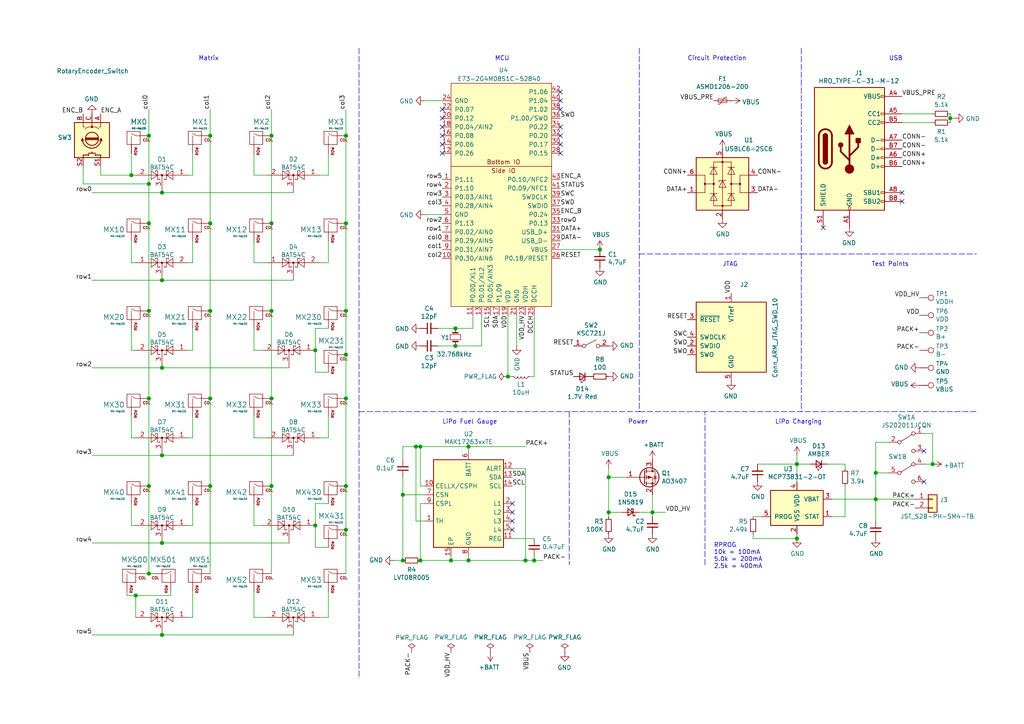
<source format=kicad_sch>
(kicad_sch (version 20210406) (generator eeschema)
  (paper "A4")
  (junction (at 38.1 50.8) (diameter 1.016))
  (junction (at 39.37 172.72) (diameter 1.016))
  (junction (at 43.18 39.37) (diameter 1.016))
  (junction (at 43.18 53.34) (diameter 1.016))
  (junction (at 43.18 64.77) (diameter 1.016))
  (junction (at 43.18 90.17) (diameter 1.016))
  (junction (at 43.18 115.57) (diameter 1.016))
  (junction (at 43.18 140.97) (diameter 1.016))
  (junction (at 43.18 166.37) (diameter 1.016))
  (junction (at 46.99 55.88) (diameter 1.016))
  (junction (at 46.99 81.28) (diameter 1.016))
  (junction (at 46.99 106.68) (diameter 1.016))
  (junction (at 46.99 132.08) (diameter 1.016))
  (junction (at 46.99 157.48) (diameter 1.016))
  (junction (at 46.99 184.15) (diameter 1.016))
  (junction (at 60.96 39.37) (diameter 1.016))
  (junction (at 60.96 64.77) (diameter 1.016))
  (junction (at 60.96 90.17) (diameter 1.016))
  (junction (at 60.96 115.57) (diameter 1.016))
  (junction (at 60.96 140.97) (diameter 1.016))
  (junction (at 78.74 39.37) (diameter 1.016))
  (junction (at 78.74 64.77) (diameter 1.016))
  (junction (at 78.74 90.17) (diameter 1.016))
  (junction (at 78.74 115.57) (diameter 1.016))
  (junction (at 78.74 140.97) (diameter 1.016))
  (junction (at 91.44 101.6) (diameter 1.016))
  (junction (at 91.44 152.4) (diameter 1.016))
  (junction (at 100.33 39.37) (diameter 1.016))
  (junction (at 100.33 64.77) (diameter 1.016))
  (junction (at 100.33 90.17) (diameter 1.016))
  (junction (at 100.33 102.87) (diameter 1.016))
  (junction (at 100.33 115.57) (diameter 1.016))
  (junction (at 100.33 140.97) (diameter 1.016))
  (junction (at 100.33 153.67) (diameter 1.016))
  (junction (at 116.84 143.51) (diameter 1.016))
  (junction (at 116.84 162.56) (diameter 1.016))
  (junction (at 120.65 129.54) (diameter 1.016))
  (junction (at 121.92 129.54) (diameter 1.016))
  (junction (at 121.92 162.56) (diameter 1.016))
  (junction (at 130.81 162.56) (diameter 1.016))
  (junction (at 132.08 95.25) (diameter 1.016))
  (junction (at 132.08 100.33) (diameter 1.016))
  (junction (at 135.89 129.54) (diameter 1.016))
  (junction (at 135.89 162.56) (diameter 1.016))
  (junction (at 147.32 109.22) (diameter 1.016))
  (junction (at 152.4 162.56) (diameter 1.016))
  (junction (at 154.94 162.56) (diameter 1.016))
  (junction (at 173.99 72.39) (diameter 1.016))
  (junction (at 176.53 138.43) (diameter 1.016))
  (junction (at 176.53 148.59) (diameter 1.016))
  (junction (at 189.23 148.59) (diameter 1.016))
  (junction (at 231.14 134.62) (diameter 1.016))
  (junction (at 231.14 156.21) (diameter 1.016))
  (junction (at 254 137.16) (diameter 1.016))
  (junction (at 254 144.78) (diameter 1.016))
  (junction (at 270.51 134.62) (diameter 1.016))
  (junction (at 275.59 34.29) (diameter 1.016))
  (no_connect (at 128.27 31.75))
  (no_connect (at 128.27 34.29))
  (no_connect (at 128.27 36.83))
  (no_connect (at 128.27 39.37))
  (no_connect (at 128.27 41.91))
  (no_connect (at 128.27 44.45))
  (no_connect (at 148.59 146.05))
  (no_connect (at 148.59 148.59))
  (no_connect (at 148.59 151.13))
  (no_connect (at 148.59 153.67))
  (no_connect (at 162.56 26.67))
  (no_connect (at 162.56 29.21))
  (no_connect (at 162.56 31.75))
  (no_connect (at 162.56 36.83))
  (no_connect (at 162.56 39.37))
  (no_connect (at 162.56 41.91))
  (no_connect (at 162.56 44.45))
  (no_connect (at 238.76 66.04))
  (no_connect (at 261.62 55.88))
  (no_connect (at 261.62 58.42))
  (no_connect (at 267.97 130.81))
  (no_connect (at 267.97 139.7))
  (wire (pts (xy 24.13 48.26) (xy 24.13 53.34)))
  (wire (pts (xy 24.13 53.34) (xy 43.18 53.34)))
  (wire (pts (xy 26.67 55.88) (xy 46.99 55.88)))
  (wire (pts (xy 26.67 81.28) (xy 46.99 81.28)))
  (wire (pts (xy 26.67 106.68) (xy 46.99 106.68)))
  (wire (pts (xy 26.67 132.08) (xy 46.99 132.08)))
  (wire (pts (xy 26.67 157.48) (xy 46.99 157.48)))
  (wire (pts (xy 26.67 184.15) (xy 46.99 184.15)))
  (wire (pts (xy 29.21 50.8) (xy 29.21 48.26)))
  (wire (pts (xy 29.21 50.8) (xy 38.1 50.8)))
  (wire (pts (xy 36.83 172.72) (xy 36.83 171.45)))
  (wire (pts (xy 38.1 44.45) (xy 38.1 50.8)))
  (wire (pts (xy 38.1 69.85) (xy 38.1 76.2)))
  (wire (pts (xy 38.1 95.25) (xy 38.1 101.6)))
  (wire (pts (xy 38.1 120.65) (xy 38.1 127)))
  (wire (pts (xy 38.1 127) (xy 39.37 127)))
  (wire (pts (xy 38.1 146.05) (xy 38.1 152.4)))
  (wire (pts (xy 39.37 50.8) (xy 38.1 50.8)))
  (wire (pts (xy 39.37 76.2) (xy 38.1 76.2)))
  (wire (pts (xy 39.37 101.6) (xy 38.1 101.6)))
  (wire (pts (xy 39.37 152.4) (xy 38.1 152.4)))
  (wire (pts (xy 39.37 172.72) (xy 36.83 172.72)))
  (wire (pts (xy 39.37 172.72) (xy 39.37 179.07)))
  (wire (pts (xy 41.91 166.37) (xy 43.18 166.37)))
  (wire (pts (xy 43.18 31.75) (xy 43.18 39.37)))
  (wire (pts (xy 43.18 39.37) (xy 43.18 53.34)))
  (wire (pts (xy 43.18 53.34) (xy 43.18 64.77)))
  (wire (pts (xy 43.18 64.77) (xy 43.18 90.17)))
  (wire (pts (xy 43.18 90.17) (xy 43.18 115.57)))
  (wire (pts (xy 43.18 115.57) (xy 43.18 140.97)))
  (wire (pts (xy 43.18 140.97) (xy 43.18 166.37)))
  (wire (pts (xy 43.18 166.37) (xy 44.45 166.37)))
  (wire (pts (xy 46.99 55.88) (xy 85.09 55.88)))
  (wire (pts (xy 46.99 81.28) (xy 85.09 81.28)))
  (wire (pts (xy 46.99 106.68) (xy 83.82 106.68)))
  (wire (pts (xy 46.99 132.08) (xy 85.09 132.08)))
  (wire (pts (xy 46.99 157.48) (xy 83.82 157.48)))
  (wire (pts (xy 46.99 184.15) (xy 85.09 184.15)))
  (wire (pts (xy 49.53 171.45) (xy 49.53 172.72)))
  (wire (pts (xy 49.53 172.72) (xy 39.37 172.72)))
  (wire (pts (xy 54.61 50.8) (xy 55.88 50.8)))
  (wire (pts (xy 54.61 76.2) (xy 55.88 76.2)))
  (wire (pts (xy 54.61 101.6) (xy 55.88 101.6)))
  (wire (pts (xy 54.61 127) (xy 55.88 127)))
  (wire (pts (xy 54.61 152.4) (xy 55.88 152.4)))
  (wire (pts (xy 54.61 179.07) (xy 55.88 179.07)))
  (wire (pts (xy 55.88 50.8) (xy 55.88 44.45)))
  (wire (pts (xy 55.88 69.85) (xy 55.88 76.2)))
  (wire (pts (xy 55.88 95.25) (xy 55.88 101.6)))
  (wire (pts (xy 55.88 120.65) (xy 55.88 127)))
  (wire (pts (xy 55.88 146.05) (xy 55.88 152.4)))
  (wire (pts (xy 55.88 171.45) (xy 55.88 179.07)))
  (wire (pts (xy 60.96 31.75) (xy 60.96 39.37)))
  (wire (pts (xy 60.96 39.37) (xy 60.96 64.77)))
  (wire (pts (xy 60.96 64.77) (xy 60.96 90.17)))
  (wire (pts (xy 60.96 90.17) (xy 60.96 115.57)))
  (wire (pts (xy 60.96 115.57) (xy 60.96 140.97)))
  (wire (pts (xy 60.96 140.97) (xy 60.96 166.37)))
  (wire (pts (xy 73.66 44.45) (xy 73.66 50.8)))
  (wire (pts (xy 73.66 50.8) (xy 77.47 50.8)))
  (wire (pts (xy 73.66 69.85) (xy 73.66 76.2)))
  (wire (pts (xy 73.66 76.2) (xy 77.47 76.2)))
  (wire (pts (xy 73.66 95.25) (xy 73.66 101.6)))
  (wire (pts (xy 73.66 101.6) (xy 76.2 101.6)))
  (wire (pts (xy 73.66 120.65) (xy 73.66 127)))
  (wire (pts (xy 73.66 127) (xy 77.47 127)))
  (wire (pts (xy 73.66 146.05) (xy 73.66 152.4)))
  (wire (pts (xy 73.66 152.4) (xy 76.2 152.4)))
  (wire (pts (xy 73.66 171.45) (xy 73.66 179.07)))
  (wire (pts (xy 73.66 179.07) (xy 77.47 179.07)))
  (wire (pts (xy 78.74 31.75) (xy 78.74 39.37)))
  (wire (pts (xy 78.74 39.37) (xy 78.74 64.77)))
  (wire (pts (xy 78.74 64.77) (xy 78.74 90.17)))
  (wire (pts (xy 78.74 90.17) (xy 78.74 115.57)))
  (wire (pts (xy 78.74 115.57) (xy 78.74 140.97)))
  (wire (pts (xy 78.74 140.97) (xy 78.74 166.37)))
  (wire (pts (xy 91.44 95.25) (xy 91.44 101.6)))
  (wire (pts (xy 91.44 95.25) (xy 95.25 95.25)))
  (wire (pts (xy 91.44 101.6) (xy 91.44 107.95)))
  (wire (pts (xy 91.44 107.95) (xy 95.25 107.95)))
  (wire (pts (xy 91.44 146.05) (xy 91.44 152.4)))
  (wire (pts (xy 91.44 146.05) (xy 95.25 146.05)))
  (wire (pts (xy 91.44 152.4) (xy 91.44 158.75)))
  (wire (pts (xy 91.44 158.75) (xy 95.25 158.75)))
  (wire (pts (xy 92.71 50.8) (xy 95.25 50.8)))
  (wire (pts (xy 92.71 76.2) (xy 95.25 76.2)))
  (wire (pts (xy 92.71 127) (xy 95.25 127)))
  (wire (pts (xy 92.71 179.07) (xy 95.25 179.07)))
  (wire (pts (xy 95.25 44.45) (xy 95.25 50.8)))
  (wire (pts (xy 95.25 69.85) (xy 95.25 76.2)))
  (wire (pts (xy 95.25 120.65) (xy 95.25 127)))
  (wire (pts (xy 95.25 171.45) (xy 95.25 179.07)))
  (wire (pts (xy 100.33 31.75) (xy 100.33 39.37)))
  (wire (pts (xy 100.33 64.77) (xy 100.33 39.37)))
  (wire (pts (xy 100.33 90.17) (xy 100.33 64.77)))
  (wire (pts (xy 100.33 90.17) (xy 100.33 102.87)))
  (wire (pts (xy 100.33 102.87) (xy 100.33 115.57)))
  (wire (pts (xy 100.33 140.97) (xy 100.33 115.57)))
  (wire (pts (xy 100.33 140.97) (xy 100.33 153.67)))
  (wire (pts (xy 100.33 153.67) (xy 100.33 166.37)))
  (wire (pts (xy 114.3 162.56) (xy 116.84 162.56)))
  (wire (pts (xy 116.84 129.54) (xy 116.84 133.35)))
  (wire (pts (xy 116.84 129.54) (xy 120.65 129.54)))
  (wire (pts (xy 116.84 138.43) (xy 116.84 143.51)))
  (wire (pts (xy 116.84 143.51) (xy 116.84 162.56)))
  (wire (pts (xy 120.65 129.54) (xy 121.92 129.54)))
  (wire (pts (xy 120.65 151.13) (xy 120.65 129.54)))
  (wire (pts (xy 121.92 129.54) (xy 135.89 129.54)))
  (wire (pts (xy 121.92 140.97) (xy 121.92 129.54)))
  (wire (pts (xy 121.92 146.05) (xy 121.92 162.56)))
  (wire (pts (xy 121.92 162.56) (xy 130.81 162.56)))
  (wire (pts (xy 123.19 29.21) (xy 128.27 29.21)))
  (wire (pts (xy 123.19 62.23) (xy 128.27 62.23)))
  (wire (pts (xy 123.19 140.97) (xy 121.92 140.97)))
  (wire (pts (xy 123.19 143.51) (xy 116.84 143.51)))
  (wire (pts (xy 123.19 146.05) (xy 121.92 146.05)))
  (wire (pts (xy 123.19 151.13) (xy 120.65 151.13)))
  (wire (pts (xy 127 95.25) (xy 132.08 95.25)))
  (wire (pts (xy 127 100.33) (xy 132.08 100.33)))
  (wire (pts (xy 130.81 161.29) (xy 130.81 162.56)))
  (wire (pts (xy 130.81 162.56) (xy 135.89 162.56)))
  (wire (pts (xy 132.08 100.33) (xy 139.7 100.33)))
  (wire (pts (xy 135.89 129.54) (xy 152.4 129.54)))
  (wire (pts (xy 135.89 130.81) (xy 135.89 129.54)))
  (wire (pts (xy 135.89 162.56) (xy 135.89 161.29)))
  (wire (pts (xy 135.89 162.56) (xy 152.4 162.56)))
  (wire (pts (xy 137.16 91.44) (xy 137.16 95.25)))
  (wire (pts (xy 137.16 95.25) (xy 132.08 95.25)))
  (wire (pts (xy 139.7 100.33) (xy 139.7 91.44)))
  (wire (pts (xy 147.32 91.44) (xy 147.32 109.22)))
  (wire (pts (xy 147.32 109.22) (xy 148.59 109.22)))
  (wire (pts (xy 148.59 135.89) (xy 152.4 135.89)))
  (wire (pts (xy 148.59 156.21) (xy 154.94 156.21)))
  (wire (pts (xy 149.86 91.44) (xy 149.86 100.33)))
  (wire (pts (xy 152.4 135.89) (xy 152.4 162.56)))
  (wire (pts (xy 152.4 162.56) (xy 154.94 162.56)))
  (wire (pts (xy 154.94 91.44) (xy 154.94 109.22)))
  (wire (pts (xy 154.94 109.22) (xy 153.67 109.22)))
  (wire (pts (xy 154.94 161.29) (xy 154.94 162.56)))
  (wire (pts (xy 154.94 162.56) (xy 157.48 162.56)))
  (wire (pts (xy 162.56 72.39) (xy 173.99 72.39)))
  (wire (pts (xy 176.53 135.89) (xy 176.53 138.43)))
  (wire (pts (xy 176.53 138.43) (xy 181.61 138.43)))
  (wire (pts (xy 176.53 148.59) (xy 176.53 138.43)))
  (wire (pts (xy 176.53 149.86) (xy 176.53 148.59)))
  (wire (pts (xy 180.34 148.59) (xy 176.53 148.59)))
  (wire (pts (xy 185.42 148.59) (xy 189.23 148.59)))
  (wire (pts (xy 189.23 143.51) (xy 189.23 148.59)))
  (wire (pts (xy 189.23 148.59) (xy 193.04 148.59)))
  (wire (pts (xy 189.23 149.86) (xy 189.23 148.59)))
  (wire (pts (xy 218.44 149.86) (xy 220.98 149.86)))
  (wire (pts (xy 218.44 154.94) (xy 218.44 156.21)))
  (wire (pts (xy 218.44 156.21) (xy 231.14 156.21)))
  (wire (pts (xy 219.71 134.62) (xy 231.14 134.62)))
  (wire (pts (xy 231.14 132.08) (xy 231.14 134.62)))
  (wire (pts (xy 231.14 134.62) (xy 231.14 139.7)))
  (wire (pts (xy 231.14 154.94) (xy 231.14 156.21)))
  (wire (pts (xy 234.95 134.62) (xy 231.14 134.62)))
  (wire (pts (xy 240.03 134.62) (xy 245.11 134.62)))
  (wire (pts (xy 241.3 144.78) (xy 254 144.78)))
  (wire (pts (xy 241.3 149.86) (xy 245.11 149.86)))
  (wire (pts (xy 245.11 135.89) (xy 245.11 134.62)))
  (wire (pts (xy 245.11 140.97) (xy 245.11 149.86)))
  (wire (pts (xy 254 128.27) (xy 254 137.16)))
  (wire (pts (xy 254 137.16) (xy 254 144.78)))
  (wire (pts (xy 254 137.16) (xy 257.81 137.16)))
  (wire (pts (xy 254 144.78) (xy 265.43 144.78)))
  (wire (pts (xy 254 151.13) (xy 254 144.78)))
  (wire (pts (xy 257.81 128.27) (xy 254 128.27)))
  (wire (pts (xy 261.62 35.56) (xy 270.51 35.56)))
  (wire (pts (xy 270.51 33.02) (xy 261.62 33.02)))
  (wire (pts (xy 270.51 125.73) (xy 267.97 125.73)))
  (wire (pts (xy 270.51 125.73) (xy 270.51 134.62)))
  (wire (pts (xy 270.51 134.62) (xy 267.97 134.62)))
  (wire (pts (xy 275.59 33.02) (xy 275.59 34.29)))
  (wire (pts (xy 275.59 34.29) (xy 275.59 35.56)))
  (wire (pts (xy 276.86 34.29) (xy 275.59 34.29)))
  (polyline (pts (xy 104.14 13.97) (xy 104.14 196.85)) (stroke (width 0) (type dash)))
  (polyline (pts (xy 104.14 119.38) (xy 185.42 119.38)) (stroke (width 0) (type dash)))
  (polyline (pts (xy 165.1 119.38) (xy 165.1 163.83)) (stroke (width 0) (type dash)))
  (polyline (pts (xy 185.42 13.97) (xy 185.42 119.38)) (stroke (width 0) (type dash)))
  (polyline (pts (xy 185.42 73.66) (xy 232.41 73.66)) (stroke (width 0) (type dash)))
  (polyline (pts (xy 185.42 119.38) (xy 283.21 119.38)) (stroke (width 0) (type dash)))
  (polyline (pts (xy 204.47 163.83) (xy 204.47 119.38)) (stroke (width 0) (type dash)))
  (polyline (pts (xy 232.41 13.97) (xy 232.41 119.38)) (stroke (width 0) (type dash)))
  (polyline (pts (xy 232.41 73.66) (xy 283.21 73.66)) (stroke (width 0) (type dash)))
  (text "Matrix" (at 63.5 17.78 180) (effects (font (size 1.27 1.27)) (justify right bottom)))
  (text "LiPo Fuel Gauge" (at 128.27 123.19 0) (effects (font (size 1.27 1.27)) (justify left bottom)))
  (text "MCU" (at 143.51 17.78 0) (effects (font (size 1.27 1.27)) (justify left bottom)))
  (text "Power" (at 187.96 123.19 180) (effects (font (size 1.27 1.27)) (justify right bottom)))
  (text "Circuit Protection" (at 199.39 17.78 0) (effects (font (size 1.27 1.27)) (justify left bottom)))
  (text "RPROG\n10k = 100mA\n5.0k = 200mA\n2.5k = 400mA\n" (at 207.01 165.1 0) (effects (font (size 1.27 1.27)) (justify left bottom)))
  (text "JTAG" (at 209.55 77.47 0) (effects (font (size 1.27 1.27)) (justify left bottom)))
  (text "LiPo Charging" (at 224.79 123.19 0) (effects (font (size 1.27 1.27)) (justify left bottom)))
  (text "Test Points" (at 252.73 77.47 0) (effects (font (size 1.27 1.27)) (justify left bottom)))
  (text "USB" (at 257.81 17.78 0) (effects (font (size 1.27 1.27)) (justify left bottom)))
  (label "ENC_B" (at 24.13 33.02 180))
  (label "row0" (at 26.67 55.88 180))
  (label "row1" (at 26.67 81.28 180))
  (label "row2" (at 26.67 106.68 180))
  (label "row3" (at 26.67 132.08 180))
  (label "row4" (at 26.67 157.48 180))
  (label "row5" (at 26.67 184.15 180))
  (label "ENC_A" (at 29.21 33.02 0))
  (label "col0" (at 43.18 31.75 90))
  (label "col1" (at 60.96 31.75 90))
  (label "col2" (at 78.74 31.75 90))
  (label "col3" (at 100.33 31.75 90))
  (label "PACK-" (at 119.38 189.23 270))
  (label "row5" (at 128.27 52.07 180))
  (label "row4" (at 128.27 54.61 180))
  (label "row3" (at 128.27 57.15 180))
  (label "col3" (at 128.27 59.69 180))
  (label "row2" (at 128.27 64.77 180))
  (label "row1" (at 128.27 67.31 180))
  (label "col0" (at 128.27 69.85 180))
  (label "col1" (at 128.27 72.39 180))
  (label "col2" (at 128.27 74.93 180))
  (label "VDD_HV" (at 130.81 189.23 270))
  (label "SCL" (at 142.24 91.44 270))
  (label "SDA" (at 144.78 91.44 270))
  (label "VDD" (at 147.32 91.44 270))
  (label "SDA" (at 148.59 138.43 0))
  (label "SCL" (at 148.59 140.97 0))
  (label "VDD_HV" (at 152.4 91.44 270))
  (label "PACK+" (at 152.4 129.54 0))
  (label "VBUS" (at 153.67 189.23 270))
  (label "DCCH" (at 154.94 91.44 270))
  (label "PACK-" (at 157.48 162.56 0))
  (label "SWO" (at 162.56 34.29 0))
  (label "ENC_A" (at 162.56 52.07 0))
  (label "STATUS" (at 162.56 54.61 0))
  (label "SWC" (at 162.56 57.15 0))
  (label "SWD" (at 162.56 59.69 0))
  (label "ENC_B" (at 162.56 62.23 0))
  (label "row0" (at 162.56 64.77 0))
  (label "DATA+" (at 162.56 67.31 0))
  (label "DATA-" (at 162.56 69.85 0))
  (label "RESET" (at 162.56 74.93 0))
  (label "RESET" (at 166.37 100.33 180))
  (label "STATUS" (at 166.37 109.22 180))
  (label "VDD_HV" (at 193.04 148.59 0))
  (label "CONN+" (at 199.39 50.8 180))
  (label "DATA+" (at 199.39 55.88 180))
  (label "RESET" (at 199.39 92.71 180))
  (label "SWC" (at 199.39 97.79 180))
  (label "SWD" (at 199.39 100.33 180))
  (label "SWO" (at 199.39 102.87 180))
  (label "VBUS_PRE" (at 207.01 29.21 180))
  (label "VDD" (at 212.09 85.09 90))
  (label "CONN-" (at 219.71 50.8 0))
  (label "DATA-" (at 219.71 55.88 0))
  (label "VBUS_PRE" (at 261.62 27.94 0))
  (label "CONN-" (at 261.62 40.64 0))
  (label "CONN-" (at 261.62 43.18 0))
  (label "CONN+" (at 261.62 45.72 0))
  (label "CONN+" (at 261.62 48.26 0))
  (label "PACK+" (at 265.43 144.78 180))
  (label "PACK-" (at 265.43 147.32 180))
  (label "VDD_HV" (at 266.7 86.36 180))
  (label "VDD" (at 266.7 91.44 180))
  (label "PACK+" (at 266.7 96.52 180))
  (label "PACK-" (at 266.7 101.6 180))
  (symbol (lib_id "power:+BATT") (at 142.24 189.23 180) (unit 1)
    (property "Reference" "#PWR0124" (effects hide))
    (property "Value" "+BATT" (at 141.8717 193.5544 0))
  )
  (symbol (lib_id "power:VBUS") (at 173.99 72.39 0) (unit 1)
    (property "Reference" "#PWR0112" (effects hide))
    (property "Value" "VBUS" (at 174.3583 68.0656 0))
  )
  (symbol (lib_id "power:VBUS") (at 176.53 135.89 0) (unit 1)
    (property "Reference" "#PWR0118" (effects hide))
    (property "Value" "VBUS" (at 176.8983 131.5656 0))
  )
  (symbol (lib_id "power:+BATT") (at 189.23 133.35 0) (unit 1)
    (property "Reference" "#PWR0122" (effects hide))
    (property "Value" "+BATT" (at 189.5983 129.0256 0))
  )
  (symbol (lib_id "power:VBUS") (at 209.55 43.18 0) (unit 1)
    (property "Reference" "#PWR0120" (effects hide))
    (property "Value" "VBUS" (at 209.9183 38.8556 0))
  )
  (symbol (lib_id "power:VBUS") (at 212.09 29.21 270) (unit 1)
    (property "Reference" "#PWR0116" (effects hide))
    (property "Value" "VBUS" (at 215.2651 29.5783 90) (effects (justify left)))
  )
  (symbol (lib_id "power:VBUS") (at 231.14 132.08 0) (unit 1)
    (property "Reference" "#PWR0119" (effects hide))
    (property "Value" "VBUS" (at 231.5083 127.7556 0))
  )
  (symbol (lib_id "power:VBUS") (at 266.7 111.76 90) (unit 1)
    (property "Reference" "#PWR0125" (effects hide))
    (property "Value" "VBUS" (at 263.5249 111.3917 90) (effects (justify left)))
  )
  (symbol (lib_id "power:+BATT") (at 270.51 134.62 270) (unit 1)
    (property "Reference" "#PWR0121" (effects hide))
    (property "Value" "+BATT" (at 273.6851 134.9883 90) (effects (justify left)))
  )
  (symbol (lib_id "Device:L_Small") (at 151.13 109.22 270) (unit 1)
    (property "Reference" "L1" (at 151.13 111.5124 90))
    (property "Value" "10uH" (at 151.13 113.8111 90))
    (property "Footprint" "Inductor_SMD:L_0603_1608Metric_Pad1.05x0.95mm_HandSolder" (effects hide))
    (property "Specification" "Chip inductor, IDC, min = 80 mA, +/-20%" (effects hide))
  )
  (symbol (lib_id "power:PWR_FLAG") (at 119.38 189.23 0) (unit 1)
    (property "Reference" "#FLG0104" (effects hide))
    (property "Value" "PWR_FLAG" (at 119.38 184.9056 0))
  )
  (symbol (lib_id "power:PWR_FLAG") (at 130.81 189.23 0) (mirror y) (unit 1)
    (property "Reference" "#FLG01" (effects hide))
    (property "Value" "PWR_FLAG" (at 130.81 184.8358 0))
  )
  (symbol (lib_id "power:PWR_FLAG") (at 142.24 189.23 0) (mirror y) (unit 1)
    (property "Reference" "#FLG0102" (effects hide))
    (property "Value" "PWR_FLAG" (at 142.24 184.8358 0))
  )
  (symbol (lib_id "power:PWR_FLAG") (at 147.32 109.22 90) (unit 1)
    (property "Reference" "#FLG0103" (effects hide))
    (property "Value" "PWR_FLAG" (at 144.145 109.22 90) (effects (justify left)))
  )
  (symbol (lib_id "power:PWR_FLAG") (at 153.67 189.23 0) (mirror y) (unit 1)
    (property "Reference" "#FLG02" (effects hide))
    (property "Value" "PWR_FLAG" (at 153.67 184.8358 0))
  )
  (symbol (lib_id "power:PWR_FLAG") (at 163.83 189.23 0) (mirror y) (unit 1)
    (property "Reference" "#FLG0105" (effects hide))
    (property "Value" "PWR_FLAG" (at 163.83 184.8358 0))
  )
  (symbol (lib_id "Connector:TestPoint") (at 266.7 86.36 270) (unit 1)
    (property "Reference" "TP1" (at 271.3991 85.2106 90) (effects (justify left)))
    (property "Value" "VDDH" (at 271.399 87.509 90) (effects (justify left)))
    (property "Footprint" "TestPoint:TestPoint_Pad_D1.5mm" (effects hide))
  )
  (symbol (lib_id "Connector:TestPoint") (at 266.7 91.44 270) (unit 1)
    (property "Reference" "TP6" (at 271.3991 90.2906 90) (effects (justify left)))
    (property "Value" "VDD" (at 271.399 92.589 90) (effects (justify left)))
    (property "Footprint" "TestPoint:TestPoint_Pad_D1.5mm" (effects hide))
  )
  (symbol (lib_id "Connector:TestPoint") (at 266.7 96.52 270) (unit 1)
    (property "Reference" "TP2" (at 271.3991 95.3706 90) (effects (justify left)))
    (property "Value" "B+" (at 271.399 97.669 90) (effects (justify left)))
    (property "Footprint" "TestPoint:TestPoint_Pad_D1.5mm" (effects hide))
  )
  (symbol (lib_id "Connector:TestPoint") (at 266.7 101.6 270) (unit 1)
    (property "Reference" "TP3" (at 271.3991 100.4506 90) (effects (justify left)))
    (property "Value" "B-" (at 271.399 102.749 90) (effects (justify left)))
    (property "Footprint" "TestPoint:TestPoint_Pad_D1.5mm" (effects hide))
  )
  (symbol (lib_id "Connector:TestPoint") (at 266.7 106.68 270) (unit 1)
    (property "Reference" "TP4" (at 271.3991 105.5306 90) (effects (justify left)))
    (property "Value" "GND" (at 271.399 107.829 90) (effects (justify left)))
    (property "Footprint" "TestPoint:TestPoint_Pad_D1.5mm" (effects hide))
  )
  (symbol (lib_id "Connector:TestPoint") (at 266.7 111.76 270) (unit 1)
    (property "Reference" "TP5" (at 271.3991 110.6106 90) (effects (justify left)))
    (property "Value" "VBUS" (at 271.399 112.909 90) (effects (justify left)))
    (property "Footprint" "TestPoint:TestPoint_Pad_D1.5mm" (effects hide))
  )
  (symbol (lib_id "power:GND") (at 26.67 33.02 180) (unit 1)
    (property "Reference" "#PWR02" (effects hide))
    (property "Value" "GND" (at 26.5557 28.6956 0))
  )
  (symbol (lib_id "power:GND") (at 114.3 162.56 270) (mirror x) (unit 1)
    (property "Reference" "#PWR0115" (effects hide))
    (property "Value" "GND" (at 111.1249 162.4457 90) (effects (justify right)))
  )
  (symbol (lib_id "power:GND") (at 121.92 95.25 270) (unit 1)
    (property "Reference" "#PWR08" (effects hide))
    (property "Value" "GND" (at 118.6688 95.377 90) (effects (justify right)))
  )
  (symbol (lib_id "power:GND") (at 121.92 100.33 270) (unit 1)
    (property "Reference" "#PWR09" (effects hide))
    (property "Value" "GND" (at 118.6688 100.457 90) (effects (justify right)))
  )
  (symbol (lib_id "power:GND") (at 123.19 29.21 270) (unit 1)
    (property "Reference" "#PWR0102" (effects hide))
    (property "Value" "GND" (at 119.9388 29.337 90) (effects (justify right)))
  )
  (symbol (lib_id "power:GND") (at 123.19 62.23 270) (unit 1)
    (property "Reference" "#PWR0103" (effects hide))
    (property "Value" "GND" (at 119.9388 62.357 90) (effects (justify right)))
  )
  (symbol (lib_id "power:GND") (at 149.86 100.33 0) (unit 1)
    (property "Reference" "#PWR0101" (effects hide))
    (property "Value" "GND" (at 149.987 103.5812 90) (effects (justify right)))
  )
  (symbol (lib_id "power:GND") (at 163.83 189.23 0) (mirror y) (unit 1)
    (property "Reference" "#PWR0123" (effects hide))
    (property "Value" "GND" (at 163.703 193.6242 0))
  )
  (symbol (lib_id "power:GND") (at 173.99 77.47 0) (unit 1)
    (property "Reference" "#PWR0107" (effects hide))
    (property "Value" "GND" (at 174.117 81.8642 0))
  )
  (symbol (lib_id "power:GND") (at 176.53 100.33 90) (unit 1)
    (property "Reference" "#PWR010" (effects hide))
    (property "Value" "GND" (at 179.7812 100.203 90) (effects (justify right)))
  )
  (symbol (lib_id "power:GND") (at 176.53 109.22 90) (unit 1)
    (property "Reference" "#PWR0105" (effects hide))
    (property "Value" "GND" (at 179.7812 109.093 90) (effects (justify right)))
  )
  (symbol (lib_id "power:GND") (at 176.53 154.94 0) (unit 1)
    (property "Reference" "#PWR0111" (effects hide))
    (property "Value" "GND" (at 176.657 159.3342 0))
  )
  (symbol (lib_id "power:GND") (at 189.23 154.94 0) (unit 1)
    (property "Reference" "#PWR01" (effects hide))
    (property "Value" "GND" (at 189.357 159.3342 0))
  )
  (symbol (lib_id "power:GND") (at 209.55 63.5 0) (unit 1)
    (property "Reference" "#PWR0114" (effects hide))
    (property "Value" "GND" (at 209.677 67.8942 0))
  )
  (symbol (lib_id "power:GND") (at 212.09 110.49 0) (mirror y) (unit 1)
    (property "Reference" "#PWR0106" (effects hide))
    (property "Value" "GND" (at 211.963 114.8842 0))
  )
  (symbol (lib_id "power:GND") (at 219.71 139.7 0) (unit 1)
    (property "Reference" "#PWR0117" (effects hide))
    (property "Value" "GND" (at 219.837 144.0942 0))
  )
  (symbol (lib_id "power:GND") (at 231.14 156.21 0) (unit 1)
    (property "Reference" "#PWR0108" (effects hide))
    (property "Value" "GND" (at 231.267 160.6042 0))
  )
  (symbol (lib_id "power:GND") (at 246.38 66.04 0) (mirror y) (unit 1)
    (property "Reference" "#PWR0104" (effects hide))
    (property "Value" "GND" (at 246.253 70.4342 0))
  )
  (symbol (lib_id "power:GND") (at 254 156.21 0) (unit 1)
    (property "Reference" "#PWR0109" (effects hide))
    (property "Value" "GND" (at 254.127 160.6042 0))
  )
  (symbol (lib_id "power:GND") (at 266.7 106.68 270) (mirror x) (unit 1)
    (property "Reference" "#PWR0126" (effects hide))
    (property "Value" "GND" (at 263.525 106.5657 90) (effects (justify right)))
  )
  (symbol (lib_id "power:GND") (at 276.86 34.29 90) (mirror x) (unit 1)
    (property "Reference" "#PWR0113" (effects hide))
    (property "Value" "GND" (at 280.1112 34.417 90) (effects (justify right)))
  )
  (symbol (lib_id "Device:R_Small") (at 119.38 162.56 270) (unit 1)
    (property "Reference" "R4" (at 119.38 165.208 90))
    (property "Value" "LVT08R005" (at 119.38 167.5067 90))
    (property "Footprint" "numpad:LVT08Rxxx0xER" (effects hide))
    (property "Datasheet" "https://www.mouser.com/datasheet/2/303/res_lvt-1381818.pdf" (effects hide))
  )
  (symbol (lib_id "Device:R_Small") (at 173.99 109.22 270) (mirror x) (unit 1)
    (property "Reference" "R8" (at 173.99 104.242 90))
    (property "Value" "100" (at 173.99 106.553 90))
    (property "Footprint" "Resistor_SMD:R_0603_1608Metric_Pad0.98x0.95mm_HandSolder" (effects hide))
  )
  (symbol (lib_id "Device:R_Small") (at 176.53 152.4 0) (mirror y) (unit 1)
    (property "Reference" "R3" (at 175.0568 151.2316 0) (effects (justify left)))
    (property "Value" "100K" (at 175.0568 153.543 0) (effects (justify left)))
    (property "Footprint" "Resistor_SMD:R_0603_1608Metric_Pad0.98x0.95mm_HandSolder" (effects hide))
  )
  (symbol (lib_id "Device:R_Small") (at 218.44 152.4 0) (mirror y) (unit 1)
    (property "Reference" "R5" (at 216.9414 151.2316 0) (effects (justify left)))
    (property "Value" "2.49k" (at 216.941 153.543 0) (effects (justify left)))
    (property "Footprint" "Resistor_SMD:R_0603_1608Metric_Pad0.98x0.95mm_HandSolder" (effects hide))
  )
  (symbol (lib_id "Device:R_Small") (at 245.11 138.43 0) (mirror y) (unit 1)
    (property "Reference" "R7" (at 246.609 137.262 0) (effects (justify right)))
    (property "Value" "3.9k" (at 246.609 139.573 0) (effects (justify right)))
    (property "Footprint" "Resistor_SMD:R_0603_1608Metric_Pad0.98x0.95mm_HandSolder" (effects hide))
  )
  (symbol (lib_id "Device:R_Small") (at 273.05 33.02 270) (unit 1)
    (property "Reference" "R2" (at 273.05 28.042 90))
    (property "Value" "5.1k" (at 273.05 30.353 90))
    (property "Footprint" "Resistor_SMD:R_0603_1608Metric_Pad0.98x0.95mm_HandSolder" (effects hide))
  )
  (symbol (lib_id "Device:R_Small") (at 273.05 35.56 90) (unit 1)
    (property "Reference" "R1" (at 273.05 38.202 90))
    (property "Value" "5.1k" (at 273.05 40.513 90))
    (property "Footprint" "Resistor_SMD:R_0603_1608Metric_Pad0.98x0.95mm_HandSolder" (effects hide))
  )
  (symbol (lib_id "Device:Polyfuse_Small") (at 209.55 29.21 270) (unit 1)
    (property "Reference" "F1" (at 209.55 22.8408 90))
    (property "Value" "ASMD1206-200" (at 209.55 25.1395 90))
    (property "Footprint" "Fuse:Fuse_0805_2012Metric_Pad1.15x1.40mm_HandSolder" (effects hide))
  )
  (symbol (lib_id "Device:D_Schottky_Small") (at 182.88 148.59 180) (unit 1)
    (property "Reference" "D15" (at 182.88 143.332 0))
    (property "Value" "1N5819" (at 182.88 145.6436 0))
    (property "Footprint" "Diode_SMD:D_SOD-323_HandSoldering" (effects hide))
  )
  (symbol (lib_id "Device:LED_Small") (at 168.91 109.22 180) (unit 1)
    (property "Reference" "D14" (at 168.91 112.782 0))
    (property "Value" "1.7V Red" (at 168.91 115.0811 0))
    (property "Footprint" "LED_SMD:LED_0603_1608Metric" (effects hide))
  )
  (symbol (lib_id "Device:LED_Small") (at 237.49 134.62 180) (unit 1)
    (property "Reference" "D13" (at 237.49 129.362 0))
    (property "Value" "AMBER" (at 237.49 131.6736 0))
    (property "Footprint" "LED_SMD:LED_0603_1608Metric" (effects hide))
  )
  (symbol (lib_id "Device:Crystal_Small") (at 132.08 97.79 90) (unit 1)
    (property "Reference" "Y1" (at 127.8891 97.9106 90) (effects (justify right)))
    (property "Value" "32.768kHz" (at 126.6191 102.7493 90) (effects (justify right)))
    (property "Footprint" "Crystal:Crystal_SMD_3215-2Pin_3.2x1.5mm" (effects hide))
    (property "Specification" "Cl=9 pF, total tol: +/-50 ppm" (effects hide))
  )
  (symbol (lib_id "Device:C_Small") (at 116.84 135.89 0) (mirror x) (unit 1)
    (property "Reference" "C6" (at 114.5286 133.4516 0) (effects (justify right)))
    (property "Value" "0.1uF" (at 114.529 135.763 0) (effects (justify right)))
    (property "Footprint" "Capacitor_SMD:C_0603_1608Metric_Pad1.08x0.95mm_HandSolder" (effects hide))
  )
  (symbol (lib_id "Device:C_Small") (at 124.46 95.25 90) (mirror x) (unit 1)
    (property "Reference" "C4" (at 124.46 89.4777 90))
    (property "Value" "12pF" (at 124.46 91.7764 90))
    (property "Footprint" "Capacitor_SMD:C_0603_1608Metric_Pad1.08x0.95mm_HandSolder" (effects hide))
  )
  (symbol (lib_id "Device:C_Small") (at 124.46 100.33 90) (mirror x) (unit 1)
    (property "Reference" "C3" (at 124.46 103.803 90))
    (property "Value" "12pF" (at 124.46 106.1022 90))
    (property "Footprint" "Capacitor_SMD:C_0603_1608Metric_Pad1.08x0.95mm_HandSolder" (effects hide))
  )
  (symbol (lib_id "Device:C_Small") (at 154.94 158.75 180) (unit 1)
    (property "Reference" "C5" (at 157.251 156.312 0) (effects (justify right)))
    (property "Value" "0.47uF" (at 157.251 158.623 0) (effects (justify right)))
    (property "Footprint" "Capacitor_SMD:C_0603_1608Metric_Pad1.08x0.95mm_HandSolder" (effects hide))
  )
  (symbol (lib_id "Device:C_Small") (at 173.99 74.93 0) (mirror x) (unit 1)
    (property "Reference" "C1" (at 176.314 73.781 0) (effects (justify left)))
    (property "Value" "4.7uF" (at 176.3142 76.0793 0) (effects (justify left)))
    (property "Footprint" "Capacitor_SMD:C_0603_1608Metric_Pad1.08x0.95mm_HandSolder" (effects hide))
  )
  (symbol (lib_id "Device:C_Small") (at 189.23 152.4 0) (mirror x) (unit 1)
    (property "Reference" "C2" (at 186.919 151.232 0) (effects (justify right)))
    (property "Value" "4.7uF" (at 186.9186 153.543 0) (effects (justify right)))
    (property "Footprint" "Capacitor_SMD:C_0603_1608Metric_Pad1.08x0.95mm_HandSolder" (effects hide))
  )
  (symbol (lib_id "Device:C_Small") (at 219.71 137.16 0) (mirror x) (unit 1)
    (property "Reference" "C7" (at 217.386 136.011 0) (effects (justify right)))
    (property "Value" "4.7uF" (at 217.3858 138.3093 0) (effects (justify right)))
    (property "Footprint" "Capacitor_SMD:C_0603_1608Metric_Pad1.08x0.95mm_HandSolder" (effects hide))
  )
  (symbol (lib_id "Device:C_Small") (at 254 153.67 0) (mirror x) (unit 1)
    (property "Reference" "C8" (at 251.689 152.502 0) (effects (justify right)))
    (property "Value" "4.7uF" (at 251.6886 154.813 0) (effects (justify right)))
    (property "Footprint" "Capacitor_SMD:C_0603_1608Metric_Pad1.08x0.95mm_HandSolder" (effects hide))
  )
  (symbol (lib_id "Switch:SW_SPST") (at 171.45 100.33 0) (unit 1)
    (property "Reference" "SW2" (at 171.45 94.361 0))
    (property "Value" "KSC721J" (at 171.45 96.672 0))
    (property "Footprint" "numpad:SW_Push_1P1T_NO_CK_KSC7xxJ" (effects hide))
  )
  (symbol (lib_id "Connector_Generic:Conn_01x02") (at 270.51 144.78 0) (unit 1)
    (property "Reference" "J3" (at 272.5421 144.9514 0) (effects (justify left)))
    (property "Value" "JST_S2B-PH-SM4-TB" (at 261.1121 149.7901 0) (effects (justify left)))
    (property "Footprint" "numpad:JST_PH_S2B-PH-SM4-TB_1x02-1MP_P2.00mm_Horizontal" (effects hide))
  )
  (symbol (lib_id "MX_Alps_Hybrid:MX-NoLED") (at 38.1 167.64 0) (unit 1)
    (property "Reference" "MX500" (at 38.9855 162.3501 0) (effects (font (size 1.524 1.524))))
    (property "Value" "MX-NoLED" (at 38.9855 164.2398 0) (effects (font (size 0.508 0.508))))
    (property "Footprint" "numpad:MXOnly-1U-2U-Left" (effects hide))
  )
  (symbol (lib_id "MX_Alps_Hybrid:MX-NoLED") (at 39.37 40.64 0) (unit 1)
    (property "Reference" "MX0" (at 40.2555 35.3501 0) (effects (font (size 1.524 1.524))))
    (property "Value" "MX-NoLED" (at 40.2555 37.2398 0) (effects (font (size 0.508 0.508))))
    (property "Footprint" "MX_Only:MXOnly-1U-NoLED" (effects hide))
  )
  (symbol (lib_id "MX_Alps_Hybrid:MX-NoLED") (at 39.37 66.04 0) (unit 1)
    (property "Reference" "MX10" (at 36.1949 66.6051 0) (effects (font (size 1.524 1.524)) (justify right)))
    (property "Value" "MX-NoLED" (at 36.1949 68.4948 0) (effects (font (size 0.508 0.508)) (justify right)))
    (property "Footprint" "MX_Only:MXOnly-1U-NoLED" (effects hide))
  )
  (symbol (lib_id "MX_Alps_Hybrid:MX-NoLED") (at 39.37 91.44 0) (unit 1)
    (property "Reference" "MX20" (at 36.1949 92.0051 0) (effects (font (size 1.524 1.524)) (justify right)))
    (property "Value" "MX-NoLED" (at 36.1949 93.8948 0) (effects (font (size 0.508 0.508)) (justify right)))
    (property "Footprint" "MX_Only:MXOnly-1U-NoLED" (effects hide))
  )
  (symbol (lib_id "MX_Alps_Hybrid:MX-NoLED") (at 39.37 116.84 0) (unit 1)
    (property "Reference" "MX30" (at 36.1949 117.4051 0) (effects (font (size 1.524 1.524)) (justify right)))
    (property "Value" "MX-NoLED" (at 36.1949 119.2948 0) (effects (font (size 0.508 0.508)) (justify right)))
    (property "Footprint" "MX_Only:MXOnly-1U-NoLED" (effects hide))
  )
  (symbol (lib_id "MX_Alps_Hybrid:MX-NoLED") (at 39.37 142.24 0) (unit 1)
    (property "Reference" "MX40" (at 36.1949 142.8051 0) (effects (font (size 1.524 1.524)) (justify right)))
    (property "Value" "MX-NoLED" (at 36.1949 144.6948 0) (effects (font (size 0.508 0.508)) (justify right)))
    (property "Footprint" "MX_Only:MXOnly-1U-NoLED" (effects hide))
  )
  (symbol (lib_id "MX_Alps_Hybrid:MX-NoLED") (at 48.26 167.64 0) (mirror y) (unit 1)
    (property "Reference" "MX501" (at 47.3744 162.3501 0) (effects (font (size 1.524 1.524))))
    (property "Value" "MX-NoLED" (at 47.3744 164.2398 0) (effects (font (size 0.508 0.508))))
    (property "Footprint" "numpad:MXOnly-1U-2U-Center-ReversedStabilizers" (effects hide))
  )
  (symbol (lib_id "MX_Alps_Hybrid:MX-NoLED") (at 57.15 40.64 0) (unit 1)
    (property "Reference" "MX1" (at 58.0355 35.3501 0) (effects (font (size 1.524 1.524))))
    (property "Value" "MX-NoLED" (at 58.0355 37.2398 0) (effects (font (size 0.508 0.508))))
    (property "Footprint" "MX_Only:MXOnly-1U-NoLED" (effects hide))
  )
  (symbol (lib_id "MX_Alps_Hybrid:MX-NoLED") (at 57.15 66.04 0) (unit 1)
    (property "Reference" "MX11" (at 53.9749 66.6051 0) (effects (font (size 1.524 1.524)) (justify right)))
    (property "Value" "MX-NoLED" (at 53.9749 68.4948 0) (effects (font (size 0.508 0.508)) (justify right)))
    (property "Footprint" "MX_Only:MXOnly-1U-NoLED" (effects hide))
  )
  (symbol (lib_id "MX_Alps_Hybrid:MX-NoLED") (at 57.15 91.44 0) (unit 1)
    (property "Reference" "MX21" (at 53.9749 92.0051 0) (effects (font (size 1.524 1.524)) (justify right)))
    (property "Value" "MX-NoLED" (at 53.9749 93.8948 0) (effects (font (size 0.508 0.508)) (justify right)))
    (property "Footprint" "MX_Only:MXOnly-1U-NoLED" (effects hide))
  )
  (symbol (lib_id "MX_Alps_Hybrid:MX-NoLED") (at 57.15 116.84 0) (unit 1)
    (property "Reference" "MX31" (at 53.9749 117.4051 0) (effects (font (size 1.524 1.524)) (justify right)))
    (property "Value" "MX-NoLED" (at 53.9749 119.2948 0) (effects (font (size 0.508 0.508)) (justify right)))
    (property "Footprint" "MX_Only:MXOnly-1U-NoLED" (effects hide))
  )
  (symbol (lib_id "MX_Alps_Hybrid:MX-NoLED") (at 57.15 142.24 0) (unit 1)
    (property "Reference" "MX41" (at 53.9749 142.8051 0) (effects (font (size 1.524 1.524)) (justify right)))
    (property "Value" "MX-NoLED" (at 53.9749 144.6948 0) (effects (font (size 0.508 0.508)) (justify right)))
    (property "Footprint" "MX_Only:MXOnly-1U-NoLED" (effects hide))
  )
  (symbol (lib_id "MX_Alps_Hybrid:MX-NoLED") (at 57.15 167.64 0) (unit 1)
    (property "Reference" "MX51" (at 58.0355 162.3501 0) (effects (font (size 1.524 1.524))))
    (property "Value" "MX-NoLED" (at 58.0355 164.2398 0) (effects (font (size 0.508 0.508))))
    (property "Footprint" "numpad:MXOnly-1U-2U-Right" (effects hide))
  )
  (symbol (lib_id "MX_Alps_Hybrid:MX-NoLED") (at 74.93 40.64 0) (unit 1)
    (property "Reference" "MX2" (at 75.8155 35.3501 0) (effects (font (size 1.524 1.524))))
    (property "Value" "MX-NoLED" (at 75.8155 37.2398 0) (effects (font (size 0.508 0.508))))
    (property "Footprint" "MX_Only:MXOnly-1U-NoLED" (effects hide))
  )
  (symbol (lib_id "MX_Alps_Hybrid:MX-NoLED") (at 74.93 66.04 0) (unit 1)
    (property "Reference" "MX12" (at 71.7549 66.6051 0) (effects (font (size 1.524 1.524)) (justify right)))
    (property "Value" "MX-NoLED" (at 71.7549 68.4948 0) (effects (font (size 0.508 0.508)) (justify right)))
    (property "Footprint" "MX_Only:MXOnly-1U-NoLED" (effects hide))
  )
  (symbol (lib_id "MX_Alps_Hybrid:MX-NoLED") (at 74.93 91.44 0) (unit 1)
    (property "Reference" "MX22" (at 71.7549 92.0051 0) (effects (font (size 1.524 1.524)) (justify right)))
    (property "Value" "MX-NoLED" (at 71.7549 93.8948 0) (effects (font (size 0.508 0.508)) (justify right)))
    (property "Footprint" "MX_Only:MXOnly-1U-NoLED" (effects hide))
  )
  (symbol (lib_id "MX_Alps_Hybrid:MX-NoLED") (at 74.93 116.84 0) (unit 1)
    (property "Reference" "MX32" (at 71.7549 117.4051 0) (effects (font (size 1.524 1.524)) (justify right)))
    (property "Value" "MX-NoLED" (at 71.7549 119.2948 0) (effects (font (size 0.508 0.508)) (justify right)))
    (property "Footprint" "MX_Only:MXOnly-1U-NoLED" (effects hide))
  )
  (symbol (lib_id "MX_Alps_Hybrid:MX-NoLED") (at 74.93 142.24 0) (unit 1)
    (property "Reference" "MX42" (at 71.7549 142.8051 0) (effects (font (size 1.524 1.524)) (justify right)))
    (property "Value" "MX-NoLED" (at 71.7549 144.6948 0) (effects (font (size 0.508 0.508)) (justify right)))
    (property "Footprint" "MX_Only:MXOnly-1U-NoLED" (effects hide))
  )
  (symbol (lib_id "MX_Alps_Hybrid:MX-NoLED") (at 74.93 167.64 0) (unit 1)
    (property "Reference" "MX52" (at 71.7549 168.2051 0) (effects (font (size 1.524 1.524)) (justify right)))
    (property "Value" "MX-NoLED" (at 71.7549 170.0948 0) (effects (font (size 0.508 0.508)) (justify right)))
    (property "Footprint" "MX_Only:MXOnly-1U-NoLED" (effects hide))
  )
  (symbol (lib_id "MX_Alps_Hybrid:MX-NoLED") (at 96.52 40.64 0) (unit 1)
    (property "Reference" "MX3" (at 97.4055 35.3501 0) (effects (font (size 1.524 1.524))))
    (property "Value" "MX-NoLED" (at 97.4055 37.2398 0) (effects (font (size 0.508 0.508))))
    (property "Footprint" "MX_Only:MXOnly-1U-NoLED" (effects hide))
  )
  (symbol (lib_id "MX_Alps_Hybrid:MX-NoLED") (at 96.52 66.04 0) (unit 1)
    (property "Reference" "MX13" (at 93.3449 66.6051 0) (effects (font (size 1.524 1.524)) (justify right)))
    (property "Value" "MX-NoLED" (at 93.3449 68.4948 0) (effects (font (size 0.508 0.508)) (justify right)))
    (property "Footprint" "MX_Only:MXOnly-1U-NoLED" (effects hide))
  )
  (symbol (lib_id "MX_Alps_Hybrid:MX-NoLED") (at 96.52 91.44 0) (unit 1)
    (property "Reference" "MX230" (at 93.3449 92.0051 0) (effects (font (size 1.524 1.524)) (justify right)))
    (property "Value" "MX-NoLED" (at 93.3449 93.8948 0) (effects (font (size 0.508 0.508)) (justify right)))
    (property "Footprint" "MX_Only:MXOnly-1U-NoLED" (effects hide))
  )
  (symbol (lib_id "MX_Alps_Hybrid:MX-NoLED") (at 96.52 104.14 0) (unit 1)
    (property "Reference" "MX231" (at 96.1355 98.8501 0) (effects (font (size 1.524 1.524))))
    (property "Value" "MX-NoLED" (at 97.4055 100.7398 0) (effects (font (size 0.508 0.508))))
    (property "Footprint" "MX_Only:MXOnly-2U-ReversedStabilizers-NoLED" (effects hide))
  )
  (symbol (lib_id "MX_Alps_Hybrid:MX-NoLED") (at 96.52 116.84 0) (unit 1)
    (property "Reference" "MX33" (at 93.3449 117.4051 0) (effects (font (size 1.524 1.524)) (justify right)))
    (property "Value" "MX-NoLED" (at 93.3449 119.2948 0) (effects (font (size 0.508 0.508)) (justify right)))
    (property "Footprint" "MX_Only:MXOnly-1U-NoLED" (effects hide))
  )
  (symbol (lib_id "MX_Alps_Hybrid:MX-NoLED") (at 96.52 142.24 0) (unit 1)
    (property "Reference" "MX430" (at 93.3449 142.8051 0) (effects (font (size 1.524 1.524)) (justify right)))
    (property "Value" "MX-NoLED" (at 93.3449 144.6948 0) (effects (font (size 0.508 0.508)) (justify right)))
    (property "Footprint" "MX_Only:MXOnly-1U-NoLED" (effects hide))
  )
  (symbol (lib_id "MX_Alps_Hybrid:MX-NoLED") (at 96.52 154.94 0) (unit 1)
    (property "Reference" "MX431" (at 96.1355 149.6501 0) (effects (font (size 1.524 1.524))))
    (property "Value" "MX-NoLED" (at 97.4055 151.5398 0) (effects (font (size 0.508 0.508))))
    (property "Footprint" "MX_Only:MXOnly-2U-ReversedStabilizers-NoLED" (effects hide))
  )
  (symbol (lib_id "MX_Alps_Hybrid:MX-NoLED") (at 96.52 167.64 0) (unit 1)
    (property "Reference" "MX53" (at 93.3449 168.2051 0) (effects (font (size 1.524 1.524)) (justify right)))
    (property "Value" "MX-NoLED" (at 93.3449 170.0948 0) (effects (font (size 0.508 0.508)) (justify right)))
    (property "Footprint" "MX_Only:MXOnly-1U-NoLED" (effects hide))
  )
  (symbol (lib_id "Switch:SW_DPDT_x2") (at 262.89 128.27 0) (unit 1)
    (property "Reference" "SW1" (at 262.89 121.031 0))
    (property "Value" "JS202011JCQN" (at 262.89 123.3424 0))
    (property "Footprint" "numpad:SW_DPDT_CK_JS202011JCQN" (effects hide))
  )
  (symbol (lib_id "Switch:SW_DPDT_x2") (at 262.89 137.16 0) (unit 2)
    (property "Reference" "SW1" (at 260.35 132.461 0))
    (property "Value" "JS202011JCQN" (effects hide))
    (property "Footprint" "numpad:SW_DPDT_CK_JS202011JCQN" (effects hide))
  )
  (symbol (lib_id "Diode:BAT54C") (at 46.99 50.8 0) (mirror y) (unit 1)
    (property "Reference" "D1" (at 46.99 46.2238 0))
    (property "Value" "BAT54C" (at 46.99 48.5225 0))
    (property "Footprint" "Package_TO_SOT_SMD:SOT-23" (effects hide))
    (property "Datasheet" "http://www.diodes.com/_files/datasheets/ds11005.pdf" (effects hide))
  )
  (symbol (lib_id "Diode:BAT54C") (at 46.99 76.2 0) (unit 1)
    (property "Reference" "D3" (at 46.99 71.6238 0))
    (property "Value" "BAT54C" (at 46.99 73.9225 0))
    (property "Footprint" "Package_TO_SOT_SMD:SOT-23" (effects hide))
    (property "Datasheet" "http://www.diodes.com/_files/datasheets/ds11005.pdf" (effects hide))
  )
  (symbol (lib_id "Diode:BAT54C") (at 46.99 101.6 0) (mirror y) (unit 1)
    (property "Reference" "D5" (at 46.99 97.0238 0))
    (property "Value" "BAT54C" (at 46.99 99.3225 0))
    (property "Footprint" "Package_TO_SOT_SMD:SOT-23" (effects hide))
    (property "Datasheet" "http://www.diodes.com/_files/datasheets/ds11005.pdf" (effects hide))
  )
  (symbol (lib_id "Diode:BAT54C") (at 46.99 127 0) (mirror y) (unit 1)
    (property "Reference" "D7" (at 46.99 122.4238 0))
    (property "Value" "BAT54C" (at 46.99 124.7225 0))
    (property "Footprint" "Package_TO_SOT_SMD:SOT-23" (effects hide))
    (property "Datasheet" "http://www.diodes.com/_files/datasheets/ds11005.pdf" (effects hide))
  )
  (symbol (lib_id "Diode:BAT54C") (at 46.99 152.4 0) (mirror y) (unit 1)
    (property "Reference" "D9" (at 46.99 147.8238 0))
    (property "Value" "BAT54C" (at 46.99 150.1225 0))
    (property "Footprint" "Package_TO_SOT_SMD:SOT-23" (effects hide))
    (property "Datasheet" "http://www.diodes.com/_files/datasheets/ds11005.pdf" (effects hide))
  )
  (symbol (lib_id "Diode:BAT54C") (at 46.99 179.07 0) (mirror y) (unit 1)
    (property "Reference" "D11" (at 46.99 174.4938 0))
    (property "Value" "BAT54C" (at 46.99 176.7925 0))
    (property "Footprint" "Package_TO_SOT_SMD:SOT-23" (effects hide))
    (property "Datasheet" "http://www.diodes.com/_files/datasheets/ds11005.pdf" (effects hide))
  )
  (symbol (lib_id "Diode:BAT54C") (at 83.82 101.6 0) (mirror y) (unit 1)
    (property "Reference" "D6" (at 83.82 97.0238 0))
    (property "Value" "BAT54C" (at 83.82 99.3225 0))
    (property "Footprint" "Package_TO_SOT_SMD:SOT-23" (effects hide))
    (property "Datasheet" "http://www.diodes.com/_files/datasheets/ds11005.pdf" (effects hide))
  )
  (symbol (lib_id "Diode:BAT54C") (at 83.82 152.4 0) (mirror y) (unit 1)
    (property "Reference" "D10" (at 83.82 147.8238 0))
    (property "Value" "BAT54C" (at 83.82 150.1225 0))
    (property "Footprint" "Package_TO_SOT_SMD:SOT-23" (effects hide))
    (property "Datasheet" "http://www.diodes.com/_files/datasheets/ds11005.pdf" (effects hide))
  )
  (symbol (lib_id "Diode:BAT54C") (at 85.09 50.8 0) (mirror y) (unit 1)
    (property "Reference" "D2" (at 85.09 46.2238 0))
    (property "Value" "BAT54C" (at 85.09 48.5225 0))
    (property "Footprint" "Package_TO_SOT_SMD:SOT-23" (effects hide))
    (property "Datasheet" "http://www.diodes.com/_files/datasheets/ds11005.pdf" (effects hide))
  )
  (symbol (lib_id "Diode:BAT54C") (at 85.09 76.2 0) (unit 1)
    (property "Reference" "D4" (at 85.09 71.6238 0))
    (property "Value" "BAT54C" (at 85.09 73.9225 0))
    (property "Footprint" "Package_TO_SOT_SMD:SOT-23" (effects hide))
    (property "Datasheet" "http://www.diodes.com/_files/datasheets/ds11005.pdf" (effects hide))
  )
  (symbol (lib_id "Diode:BAT54C") (at 85.09 127 0) (mirror y) (unit 1)
    (property "Reference" "D8" (at 85.09 122.4238 0))
    (property "Value" "BAT54C" (at 85.09 124.7225 0))
    (property "Footprint" "Package_TO_SOT_SMD:SOT-23" (effects hide))
    (property "Datasheet" "http://www.diodes.com/_files/datasheets/ds11005.pdf" (effects hide))
  )
  (symbol (lib_id "Diode:BAT54C") (at 85.09 179.07 0) (mirror y) (unit 1)
    (property "Reference" "D12" (at 85.09 174.4938 0))
    (property "Value" "BAT54C" (at 85.09 176.7925 0))
    (property "Footprint" "Package_TO_SOT_SMD:SOT-23" (effects hide))
    (property "Datasheet" "http://www.diodes.com/_files/datasheets/ds11005.pdf" (effects hide))
  )
  (symbol (lib_id "Device:Q_PMOS_GSD") (at 186.69 138.43 0) (unit 1)
    (property "Reference" "Q1" (at 191.897 137.2616 0) (effects (justify left)))
    (property "Value" "AO3407" (at 191.897 139.573 0) (effects (justify left)))
    (property "Footprint" "Package_TO_SOT_SMD:SOT-23" (effects hide))
  )
  (symbol (lib_id "Device:RotaryEncoder_Switch") (at 26.67 40.64 270) (unit 1)
    (property "Reference" "SW3" (at 20.828 39.8791 90) (effects (justify right)))
    (property "Value" "RotaryEncoder_Switch" (at 37.338 20.5878 90) (effects (justify right)))
    (property "Footprint" "numpad:RotaryEncoder_Alps_EC11E-Switch_Vertical_H20mm" (effects hide))
  )
  (symbol (lib_id "Battery_Management:MCP73831-2-OT") (at 231.14 147.32 0) (unit 1)
    (property "Reference" "U3" (at 228.6 136.0128 0))
    (property "Value" "MCP73831-2-OT" (at 231.14 138.3115 0))
    (property "Footprint" "Package_TO_SOT_SMD:SOT-23-5" (effects hide))
    (property "Datasheet" "http://ww1.microchip.com/downloads/en/DeviceDoc/20001984g.pdf" (effects hide))
  )
  (symbol (lib_id "Power_Protection:USBLC6-2SC6") (at 209.55 53.34 0) (unit 1)
    (property "Reference" "U1" (at 217.17 40.64 0))
    (property "Value" "USBLC6-2SC6" (at 217.17 43.18 0))
    (property "Footprint" "Package_TO_SOT_SMD:SOT-23-6" (effects hide))
    (property "Datasheet" "https://www.st.com/resource/en/datasheet/usblc6-2.pdf" (effects hide))
  )
  (symbol (lib_id "numpad:Conn_ARM_JTAG_SWD_6") (at 212.09 97.79 0) (mirror y) (unit 1)
    (property "Reference" "J2" (at 214.63 82.55 0) (effects (justify right)))
    (property "Value" "Conn_ARM_JTAG_SWD_10" (at 224.79 86.36 90) (effects (justify right)))
    (property "Footprint" "Connector:Tag-Connect_TC2030-IDC-NL_2x03_P1.27mm_Vertical" (effects hide))
    (property "Datasheet" "https://www.segger.com/products/debug-probes/j-link/accessories/adapters/6-pin-needle-adapter/" (effects hide))
  )
  (symbol (lib_id "Battery_Management:MAX17263xxTE") (at 135.89 146.05 0) (unit 1)
    (property "Reference" "U2" (at 135.89 125.8528 0))
    (property "Value" "MAX17263xxTE" (at 135.89 128.1515 0))
    (property "Footprint" "Package_DFN_QFN:DFN-14-1EP_3x3mm_P0.4mm_EP1.78x2.35mm" (effects hide))
    (property "Datasheet" "https://datasheets.maximintegrated.com/en/ds/MAX17263.pdf" (effects hide))
  )
  (symbol (lib_id "Connector:USB_C_Receptacle_USB2.0") (at 246.38 43.18 0) (unit 1)
    (property "Reference" "J1" (at 249.0978 21.1582 0))
    (property "Value" "HRO_TYPE-C-31-M-12" (at 249.0978 23.4696 0))
    (property "Footprint" "numpad:USB_C_Receptacle_HRO_TYPE-C-31-M-12" (effects hide))
    (property "Datasheet" "https://www.usb.org/sites/default/files/documents/usb_type-c.zip" (effects hide))
  )
  (symbol (lib_id "numpad:E73-2G4M08S1C-52840") (at 146.05 58.42 0) (unit 1)
    (property "Reference" "U4" (at 146.05 20.32 0))
    (property "Value" "E73-2G4M08S1C-52840" (at 144.78 22.86 0))
    (property "Footprint" "numpad:E73-2G4M08S1C-52840" (effects hide))
  )
)
</source>
